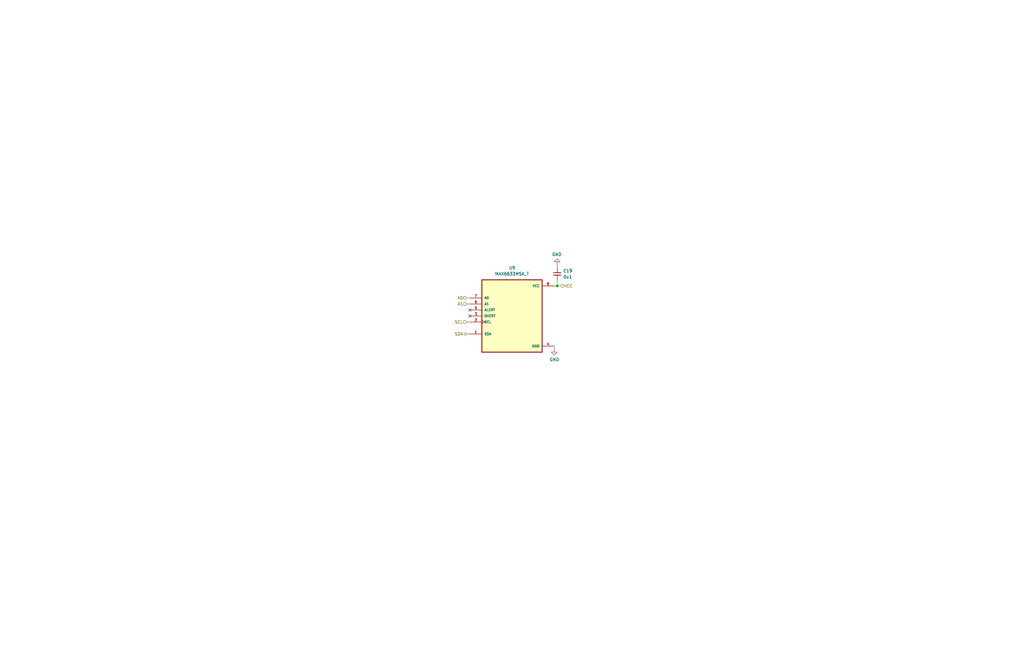
<source format=kicad_sch>
(kicad_sch (version 20250114) (generator "eeschema") (generator_version "9.0")
  (paper "USLedger")
  (title_block (title "HEDGE-2 OBC") (date "2025-09-08") (rev "V1.0") (company "University of Virginia") (comment 1 "Department of Mechanical and Aerospace Engineering"))
  (lib_symbols
    (symbol "Device:C_Small" (pin_numbers (hide yes)) (pin_names (offset 0.254) (hide yes))
      (property "Reference" "C" (at 0.254 1.778 0))
      (property "Value" "C_Small" (at 0.254 -2.032 0))
      (symbol "C_Small_0_1"
        (polyline (pts (xy -1.524 0.508) (xy 1.524 0.508)) (stroke (width 0.3048)))
        (polyline (pts (xy -1.524 -0.508) (xy 1.524 -0.508)) (stroke (width 0.3302)))
      )
      (symbol "C_Small_1_1"
        (pin passive line (at 0 2.54 270) (length 2.032) (name "~") (number "1"))
        (pin passive line (at 0 -2.54 90) (length 2.032) (name "~") (number "2"))
      )
    )
    (symbol "MAX6635MSA_T:MAX6633MSA_T" (pin_names (offset 1.016))
      (property "Reference" "U" (at -1.27 20.32 0))
      (property "Value" "MAX6633MSA_T" (at -6.35 16.51 0))
      (symbol "MAX6633MSA_T_0_0"
        (rectangle (start -12.7 -15.24) (end 12.7 15.24) (stroke (width 0.41)) (fill (type background)))
        (pin input line (at -17.78 7.62 0) (length 5.08) (name "A0") (number "7"))
        (pin input line (at -17.78 5.08 0) (length 5.08) (name "A1") (number "6"))
        (pin input clock (at -17.78 -2.54 0) (length 5.08) (name "SCL") (number "2"))
        (pin bidirectional line (at -17.78 -7.62 0) (length 5.08) (name "SDA") (number "1"))
        (pin power_in line (at 17.78 12.7 180) (length 5.08) (name "VCC") (number "8"))
        (pin power_in line (at 17.78 -12.7 180) (length 5.08) (name "GND") (number "4"))
      )
      (symbol "MAX6633MSA_T_1_0"
        (pin output line (at -17.78 2.54 0) (length 5.08) (name "ALERT") (number "5"))
        (pin output line (at -17.78 0 0) (length 5.08) (name "OVERT") (number "3"))
      )
    )
    (symbol "power:GND" (power) (pin_numbers (hide yes)) (pin_names (offset 0) (hide yes))
      (property "Value" "GND" (at 0 -3.81 0))
      (symbol "GND_0_1"
        (polyline (pts (xy 0 0) (xy 0 -1.27) (xy 1.27 -1.27) (xy 0 -2.54) (xy -1.27 -1.27) (xy 0 -1.27)))
      )
      (symbol "GND_1_1"
        (pin power_in line (at 0 0 270) (length 0) (name "~") (number "1"))
      )
    )
  )
  (junction (at 234.95 120.65))
  (no_connect (at 198.12 130.81))
  (no_connect (at 198.12 133.35))
  (wire (pts (xy 196.85 125.73) (xy 198.12 125.73)))
  (wire (pts (xy 233.68 120.65) (xy 234.95 120.65)))
  (wire (pts (xy 234.95 111.76) (xy 234.95 113.03)))
  (wire (pts (xy 196.85 128.27) (xy 198.12 128.27)))
  (wire (pts (xy 233.68 146.05) (xy 233.68 147.32)))
  (wire (pts (xy 234.95 118.11) (xy 234.95 120.65)))
  (wire (pts (xy 196.85 140.97) (xy 198.12 140.97)))
  (wire (pts (xy 234.95 120.65) (xy 236.22 120.65)))
  (wire (pts (xy 196.85 135.89) (xy 198.12 135.89)))
  (hierarchical_label "A0" (shape input) (at 196.85 125.73 180))
  (hierarchical_label "SDA" (shape bidirectional) (at 196.85 140.97 180))
  (hierarchical_label "A1" (shape input) (at 196.85 128.27 180))
  (hierarchical_label "SCL" (shape input) (at 196.85 135.89 180))
  (hierarchical_label "VCC" (shape input) (at 236.22 120.65 0))
  (symbol (lib_id "power:GND") (at 233.68 147.32 0) (unit 1)
    (property "Reference" "#PWR084" (effects (hide yes)))
    (property "Value" "GND" (at 233.807 151.7142 0))
    (instances (project "HEDGE2-OBC" (path "" (reference "#PWR086") (unit 1)) (path "" (reference "#PWR084") (unit 1))))
  )
  (symbol (lib_id "MAX6635MSA_T:MAX6633MSA_T") (at 215.9 133.35 0) (unit 1)
    (property "Reference" "U10" (at 215.9 113.03 0))
    (property "Value" "MAX6633MSA_T" (at 215.9 115.57 0))
    (property "Footprint" "MAX6635MSA_T:SOIC127P600X175-8N" (effects (hide yes)))
    (property "MF" "Maxim Integrated" (effects (hide yes)))
    (property "Description_1" "Temperature Sensor Digital, Local -55°C ~ 150°C 12 b 8-SOIC" (effects (hide yes)))
    (property "Package" "SOIC-8 Maxim" (effects (hide yes)))
    (property "Price" "None" (effects (hide yes)))
    (property "MP" "MAX6633MSA+T" (effects (hide yes)))
    (property "Availability" "Unavailable" (effects (hide yes)))
    (property "DigiKey Part Number" "MAX6635MSA+TCT-ND" (effects (hide yes)))
    (instances (project "HEDGE2-OBC" (path "" (reference "U9") (unit 1)) (path "" (reference "U10") (unit 1))))
  )
  (symbol (lib_id "Device:C_Small") (at 234.95 115.57 0) (unit 1)
    (property "Reference" "C20" (at 237.49 114.3062 0) (effects (justify left)))
    (property "Value" "0u1" (at 237.49 116.8462 0) (effects (justify left)))
    (property "Footprint" "Capacitor_SMD:C_0805_2012Metric" (effects (hide yes)))
    (property "Description" "Unpolarized capacitor, small symbol" (effects (hide yes)))
    (instances (project "HEDGE2-OBC" (path "" (reference "C19") (unit 1)) (path "" (reference "C20") (unit 1))))
  )
  (symbol (lib_id "power:GND") (at 234.95 111.76 180) (unit 1)
    (property "Reference" "#PWR085" (effects (hide yes)))
    (property "Value" "GND" (at 234.823 107.3658 0))
    (instances (project "HEDGE2-OBC" (path "" (reference "#PWR088") (unit 1)) (path "" (reference "#PWR085") (unit 1))))
  )
)
</source>
